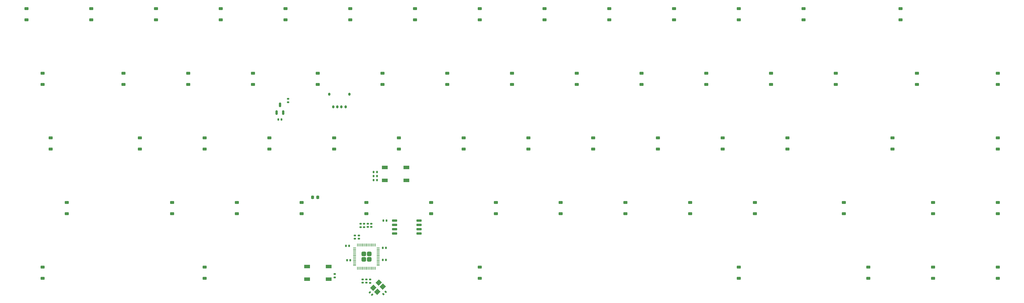
<source format=gbr>
%TF.GenerationSoftware,KiCad,Pcbnew,8.0.4*%
%TF.CreationDate,2024-09-08T22:21:22-07:00*%
%TF.ProjectId,65-wkl-pcb,36352d77-6b6c-42d7-9063-622e6b696361,rev?*%
%TF.SameCoordinates,Original*%
%TF.FileFunction,Paste,Bot*%
%TF.FilePolarity,Positive*%
%FSLAX46Y46*%
G04 Gerber Fmt 4.6, Leading zero omitted, Abs format (unit mm)*
G04 Created by KiCad (PCBNEW 8.0.4) date 2024-09-08 22:21:22*
%MOMM*%
%LPD*%
G01*
G04 APERTURE LIST*
G04 Aperture macros list*
%AMRoundRect*
0 Rectangle with rounded corners*
0 $1 Rounding radius*
0 $2 $3 $4 $5 $6 $7 $8 $9 X,Y pos of 4 corners*
0 Add a 4 corners polygon primitive as box body*
4,1,4,$2,$3,$4,$5,$6,$7,$8,$9,$2,$3,0*
0 Add four circle primitives for the rounded corners*
1,1,$1+$1,$2,$3*
1,1,$1+$1,$4,$5*
1,1,$1+$1,$6,$7*
1,1,$1+$1,$8,$9*
0 Add four rect primitives between the rounded corners*
20,1,$1+$1,$2,$3,$4,$5,0*
20,1,$1+$1,$4,$5,$6,$7,0*
20,1,$1+$1,$6,$7,$8,$9,0*
20,1,$1+$1,$8,$9,$2,$3,0*%
%AMRotRect*
0 Rectangle, with rotation*
0 The origin of the aperture is its center*
0 $1 length*
0 $2 width*
0 $3 Rotation angle, in degrees counterclockwise*
0 Add horizontal line*
21,1,$1,$2,0,0,$3*%
G04 Aperture macros list end*
%ADD10RoundRect,0.225000X0.375000X-0.225000X0.375000X0.225000X-0.375000X0.225000X-0.375000X-0.225000X0*%
%ADD11RoundRect,0.150000X0.150000X-0.512500X0.150000X0.512500X-0.150000X0.512500X-0.150000X-0.512500X0*%
%ADD12RoundRect,0.135000X-0.135000X-0.185000X0.135000X-0.185000X0.135000X0.185000X-0.135000X0.185000X0*%
%ADD13RoundRect,0.135000X0.135000X0.185000X-0.135000X0.185000X-0.135000X-0.185000X0.135000X-0.185000X0*%
%ADD14RoundRect,0.140000X0.170000X-0.140000X0.170000X0.140000X-0.170000X0.140000X-0.170000X-0.140000X0*%
%ADD15RoundRect,0.135000X0.185000X-0.135000X0.185000X0.135000X-0.185000X0.135000X-0.185000X-0.135000X0*%
%ADD16RoundRect,0.140000X0.021213X-0.219203X0.219203X-0.021213X-0.021213X0.219203X-0.219203X0.021213X0*%
%ADD17RoundRect,0.140000X0.219203X0.021213X0.021213X0.219203X-0.219203X-0.021213X-0.021213X-0.219203X0*%
%ADD18R,1.700000X1.000000*%
%ADD19RoundRect,0.140000X0.140000X0.170000X-0.140000X0.170000X-0.140000X-0.170000X0.140000X-0.170000X0*%
%ADD20RoundRect,0.135000X-0.185000X0.135000X-0.185000X-0.135000X0.185000X-0.135000X0.185000X0.135000X0*%
%ADD21RoundRect,0.175000X-0.175000X-0.225000X0.175000X-0.225000X0.175000X0.225000X-0.175000X0.225000X0*%
%ADD22RoundRect,0.150000X-0.150000X-0.275000X0.150000X-0.275000X0.150000X0.275000X-0.150000X0.275000X0*%
%ADD23RoundRect,0.140000X-0.170000X0.140000X-0.170000X-0.140000X0.170000X-0.140000X0.170000X0.140000X0*%
%ADD24RoundRect,0.140000X-0.140000X-0.170000X0.140000X-0.170000X0.140000X0.170000X-0.140000X0.170000X0*%
%ADD25RotRect,1.400000X1.200000X45.000000*%
%ADD26RoundRect,0.150000X0.650000X0.150000X-0.650000X0.150000X-0.650000X-0.150000X0.650000X-0.150000X0*%
%ADD27RoundRect,0.050000X0.050000X0.387500X-0.050000X0.387500X-0.050000X-0.387500X0.050000X-0.387500X0*%
%ADD28RoundRect,0.050000X0.387500X0.050000X-0.387500X0.050000X-0.387500X-0.050000X0.387500X-0.050000X0*%
%ADD29RoundRect,0.249999X0.395001X0.395001X-0.395001X0.395001X-0.395001X-0.395001X0.395001X-0.395001X0*%
%ADD30RoundRect,0.225000X0.225000X0.250000X-0.225000X0.250000X-0.225000X-0.250000X0.225000X-0.250000X0*%
G04 APERTURE END LIST*
D10*
%TO.C,D53*%
X223043750Y-80900000D03*
X223043750Y-84200000D03*
%TD*%
%TO.C,D41*%
X251618750Y-61850000D03*
X251618750Y-65150000D03*
%TD*%
%TO.C,D43*%
X313531250Y-61850000D03*
X313531250Y-65150000D03*
%TD*%
D11*
%TO.C,U1*%
X102347130Y-52043750D03*
X101397131Y-54318750D03*
X103297129Y-54318750D03*
%TD*%
D12*
%TO.C,R4*%
X130953749Y-73050000D03*
X129933751Y-73050000D03*
%TD*%
D10*
%TO.C,D8*%
X161131250Y-23750000D03*
X161131250Y-27050000D03*
%TD*%
D13*
%TO.C,R5*%
X129933751Y-74250000D03*
X130953749Y-74250000D03*
%TD*%
D10*
%TO.C,D10*%
X199231250Y-23750000D03*
X199231250Y-27050000D03*
%TD*%
%TO.C,D46*%
X89693750Y-80900000D03*
X89693750Y-84200000D03*
%TD*%
%TO.C,D18*%
X94456250Y-42800000D03*
X94456250Y-46100000D03*
%TD*%
D14*
%TO.C,C16*%
X128213359Y-87087400D03*
X128213359Y-88047400D03*
%TD*%
D10*
%TO.C,D48*%
X127793750Y-80900000D03*
X127793750Y-84200000D03*
%TD*%
%TO.C,D35*%
X137318750Y-61850000D03*
X137318750Y-65150000D03*
%TD*%
%TO.C,D30*%
X34925000Y-61850000D03*
X34925000Y-65150000D03*
%TD*%
%TO.C,D25*%
X227806250Y-42800000D03*
X227806250Y-46100000D03*
%TD*%
%TO.C,D38*%
X194468750Y-61850000D03*
X194468750Y-65150000D03*
%TD*%
%TO.C,D24*%
X208756250Y-42800000D03*
X208756250Y-46100000D03*
%TD*%
%TO.C,D56*%
X294481250Y-80900000D03*
X294481250Y-84200000D03*
%TD*%
%TO.C,D63*%
X294481250Y-99950000D03*
X294481250Y-103250000D03*
%TD*%
%TO.C,D11*%
X218281250Y-23750000D03*
X218281250Y-27050000D03*
%TD*%
D15*
%TO.C,R9*%
X128910755Y-103561188D03*
X128910755Y-104581186D03*
%TD*%
D10*
%TO.C,D17*%
X75406250Y-42800000D03*
X75406250Y-46100000D03*
%TD*%
D14*
%TO.C,C13*%
X129244743Y-87096067D03*
X129244743Y-88056067D03*
%TD*%
D10*
%TO.C,D42*%
X282575000Y-61850000D03*
X282575000Y-65150000D03*
%TD*%
%TO.C,D37*%
X175418750Y-61850000D03*
X175418750Y-65150000D03*
%TD*%
%TO.C,D34*%
X118268750Y-61850000D03*
X118268750Y-65150000D03*
%TD*%
%TO.C,D23*%
X189706250Y-42800000D03*
X189706250Y-46100000D03*
%TD*%
D16*
%TO.C,C11*%
X133420822Y-107212713D03*
X132742000Y-107891535D03*
%TD*%
D17*
%TO.C,C12*%
X128773250Y-107327641D03*
X129452072Y-108006463D03*
%TD*%
D18*
%TO.C,RST1*%
X110356250Y-103500000D03*
X116656250Y-103500000D03*
X110356250Y-99700000D03*
X116656250Y-99700000D03*
%TD*%
D10*
%TO.C,D19*%
X113506250Y-42800000D03*
X113506250Y-46100000D03*
%TD*%
%TO.C,D40*%
X232568750Y-61850000D03*
X232568750Y-65150000D03*
%TD*%
%TO.C,D61*%
X237331250Y-99950000D03*
X237331250Y-103250000D03*
%TD*%
%TO.C,D21*%
X151606250Y-42800000D03*
X151606250Y-46100000D03*
%TD*%
%TO.C,D14*%
X284956250Y-23750000D03*
X284956250Y-27050000D03*
%TD*%
%TO.C,D29*%
X313531250Y-42800000D03*
X313531250Y-46100000D03*
%TD*%
%TO.C,D55*%
X268287500Y-80900000D03*
X268287500Y-84200000D03*
%TD*%
D14*
%TO.C,C1*%
X104775000Y-50320000D03*
X104775000Y-51280000D03*
%TD*%
D10*
%TO.C,D22*%
X170656250Y-42800000D03*
X170656250Y-46100000D03*
%TD*%
%TO.C,D13*%
X256381250Y-23750000D03*
X256381250Y-27050000D03*
%TD*%
%TO.C,D44*%
X39687500Y-80900000D03*
X39687500Y-84200000D03*
%TD*%
D19*
%TO.C,C6*%
X121757500Y-93662500D03*
X122717500Y-93662500D03*
%TD*%
D10*
%TO.C,D62*%
X275431250Y-99950000D03*
X275431250Y-103250000D03*
%TD*%
%TO.C,D47*%
X108743750Y-80900000D03*
X108743750Y-84200000D03*
%TD*%
D20*
%TO.C,R8*%
X126079493Y-88106250D03*
X126079493Y-87086250D03*
%TD*%
D10*
%TO.C,D12*%
X237331250Y-23750000D03*
X237331250Y-27050000D03*
%TD*%
%TO.C,D5*%
X103981250Y-23750000D03*
X103981250Y-27050000D03*
%TD*%
D19*
%TO.C,C10*%
X132787120Y-86195460D03*
X133747120Y-86195460D03*
%TD*%
D10*
%TO.C,D31*%
X61118750Y-61850000D03*
X61118750Y-65150000D03*
%TD*%
%TO.C,D32*%
X80168750Y-61850000D03*
X80168750Y-65150000D03*
%TD*%
D21*
%TO.C,J4*%
X122806250Y-48900000D03*
X116906250Y-48900000D03*
D22*
X121656250Y-52675000D03*
X120456250Y-52675000D03*
X119256250Y-52675000D03*
X118056250Y-52675000D03*
%TD*%
D23*
%TO.C,C4*%
X126726648Y-104512185D03*
X126726648Y-103552185D03*
%TD*%
D24*
%TO.C,C8*%
X133576808Y-94235894D03*
X132616808Y-94235894D03*
%TD*%
D10*
%TO.C,D59*%
X80168750Y-99950000D03*
X80168750Y-103250000D03*
%TD*%
%TO.C,D52*%
X203993750Y-80900000D03*
X203993750Y-84200000D03*
%TD*%
D25*
%TO.C,Y1*%
X131039572Y-107212713D03*
X132595207Y-105657078D03*
X131393126Y-104454997D03*
X129837491Y-106010632D03*
%TD*%
D10*
%TO.C,D27*%
X265906250Y-42800000D03*
X265906250Y-46100000D03*
%TD*%
%TO.C,D3*%
X65881250Y-23750000D03*
X65881250Y-27050000D03*
%TD*%
D14*
%TO.C,C3*%
X125554085Y-90588161D03*
X125554085Y-91548161D03*
%TD*%
D10*
%TO.C,D54*%
X242093750Y-80900000D03*
X242093750Y-84200000D03*
%TD*%
%TO.C,D50*%
X165893750Y-80900000D03*
X165893750Y-84200000D03*
%TD*%
D18*
%TO.C,BOOT1*%
X133243751Y-74337500D03*
X139543749Y-74337500D03*
X133243751Y-70537500D03*
X139543749Y-70537500D03*
%TD*%
D10*
%TO.C,D51*%
X184943750Y-80900000D03*
X184943750Y-84200000D03*
%TD*%
D14*
%TO.C,C7*%
X124428827Y-90573891D03*
X124428827Y-91533891D03*
%TD*%
D10*
%TO.C,D4*%
X84931250Y-23750000D03*
X84931250Y-27050000D03*
%TD*%
%TO.C,D45*%
X70643750Y-80900000D03*
X70643750Y-84200000D03*
%TD*%
%TO.C,D26*%
X246856250Y-42800000D03*
X246856250Y-46100000D03*
%TD*%
D13*
%TO.C,R3*%
X129933751Y-71850000D03*
X130953749Y-71850000D03*
%TD*%
D19*
%TO.C,C15*%
X122087313Y-97837072D03*
X123047313Y-97837072D03*
%TD*%
D10*
%TO.C,D33*%
X99218750Y-61850000D03*
X99218750Y-65150000D03*
%TD*%
%TO.C,D7*%
X142081250Y-23750000D03*
X142081250Y-27050000D03*
%TD*%
%TO.C,D58*%
X32543750Y-99950000D03*
X32543750Y-103250000D03*
%TD*%
%TO.C,D20*%
X132556250Y-42800000D03*
X132556250Y-46100000D03*
%TD*%
%TO.C,D39*%
X213518750Y-61850000D03*
X213518750Y-65150000D03*
%TD*%
%TO.C,D9*%
X180181250Y-23750000D03*
X180181250Y-27050000D03*
%TD*%
D26*
%TO.C,U4*%
X136100000Y-86201250D03*
X136100000Y-87471250D03*
X136100000Y-88741250D03*
X136100000Y-90011250D03*
X143300000Y-90011250D03*
X143300000Y-88741250D03*
X143300000Y-87471250D03*
X143300000Y-86201250D03*
%TD*%
D10*
%TO.C,D49*%
X146843750Y-80900000D03*
X146843750Y-84200000D03*
%TD*%
D20*
%TO.C,R7*%
X127152046Y-88106250D03*
X127152046Y-87086250D03*
%TD*%
D24*
%TO.C,C2*%
X102827130Y-56356250D03*
X101867130Y-56356250D03*
%TD*%
D10*
%TO.C,D1*%
X27781250Y-23750000D03*
X27781250Y-27050000D03*
%TD*%
D24*
%TO.C,C9*%
X133585462Y-97834364D03*
X132625462Y-97834364D03*
%TD*%
D10*
%TO.C,D57*%
X313531250Y-80900000D03*
X313531250Y-84200000D03*
%TD*%
%TO.C,D6*%
X123031250Y-23750000D03*
X123031250Y-27050000D03*
%TD*%
%TO.C,D64*%
X313531250Y-99950000D03*
X313531250Y-103250000D03*
%TD*%
D27*
%TO.C,U3*%
X130393750Y-93400000D03*
X129993750Y-93400000D03*
X129593750Y-93400000D03*
X129193750Y-93400000D03*
X128793750Y-93400000D03*
X128393750Y-93400000D03*
X127993750Y-93400000D03*
X127593750Y-93400000D03*
X127193750Y-93400000D03*
X126793750Y-93400000D03*
X126393750Y-93400000D03*
X125993750Y-93400000D03*
X125593750Y-93400000D03*
X125193750Y-93400000D03*
D28*
X124356250Y-94237500D03*
X124356250Y-94637500D03*
X124356250Y-95037500D03*
X124356250Y-95437500D03*
X124356250Y-95837500D03*
X124356250Y-96237500D03*
X124356250Y-96637500D03*
X124356250Y-97037500D03*
X124356250Y-97437500D03*
X124356250Y-97837500D03*
X124356250Y-98237500D03*
X124356250Y-98637500D03*
X124356250Y-99037500D03*
X124356250Y-99437500D03*
D27*
X125193750Y-100275000D03*
X125593750Y-100275000D03*
X125993750Y-100275000D03*
X126393750Y-100275000D03*
X126793750Y-100275000D03*
X127193750Y-100275000D03*
X127593750Y-100275000D03*
X127993750Y-100275000D03*
X128393750Y-100275000D03*
X128793750Y-100275000D03*
X129193750Y-100275000D03*
X129593750Y-100275000D03*
X129993750Y-100275000D03*
X130393750Y-100275000D03*
D28*
X131231250Y-99437500D03*
X131231250Y-99037500D03*
X131231250Y-98637500D03*
X131231250Y-98237500D03*
X131231250Y-97837500D03*
X131231250Y-97437500D03*
X131231250Y-97037500D03*
X131231250Y-96637500D03*
X131231250Y-96237500D03*
X131231250Y-95837500D03*
X131231250Y-95437500D03*
X131231250Y-95037500D03*
X131231250Y-94637500D03*
X131231250Y-94237500D03*
D29*
X126993750Y-96037500D03*
X126993750Y-97637500D03*
X128593750Y-96037500D03*
X128593750Y-97637500D03*
%TD*%
D20*
%TO.C,R6*%
X118437555Y-102980838D03*
X118437555Y-101960840D03*
%TD*%
D10*
%TO.C,D28*%
X289718750Y-42800000D03*
X289718750Y-46100000D03*
%TD*%
%TO.C,D60*%
X161131250Y-99950000D03*
X161131250Y-103250000D03*
%TD*%
%TO.C,D2*%
X46831250Y-23750000D03*
X46831250Y-27050000D03*
%TD*%
%TO.C,D36*%
X156368750Y-61850000D03*
X156368750Y-65150000D03*
%TD*%
D30*
%TO.C,C5*%
X111937500Y-79375000D03*
X113487500Y-79375000D03*
%TD*%
D10*
%TO.C,D15*%
X32543750Y-42800000D03*
X32543750Y-46100000D03*
%TD*%
%TO.C,D16*%
X56356250Y-42800000D03*
X56356250Y-46100000D03*
%TD*%
D23*
%TO.C,C14*%
X127799200Y-104518685D03*
X127799200Y-103558685D03*
%TD*%
M02*

</source>
